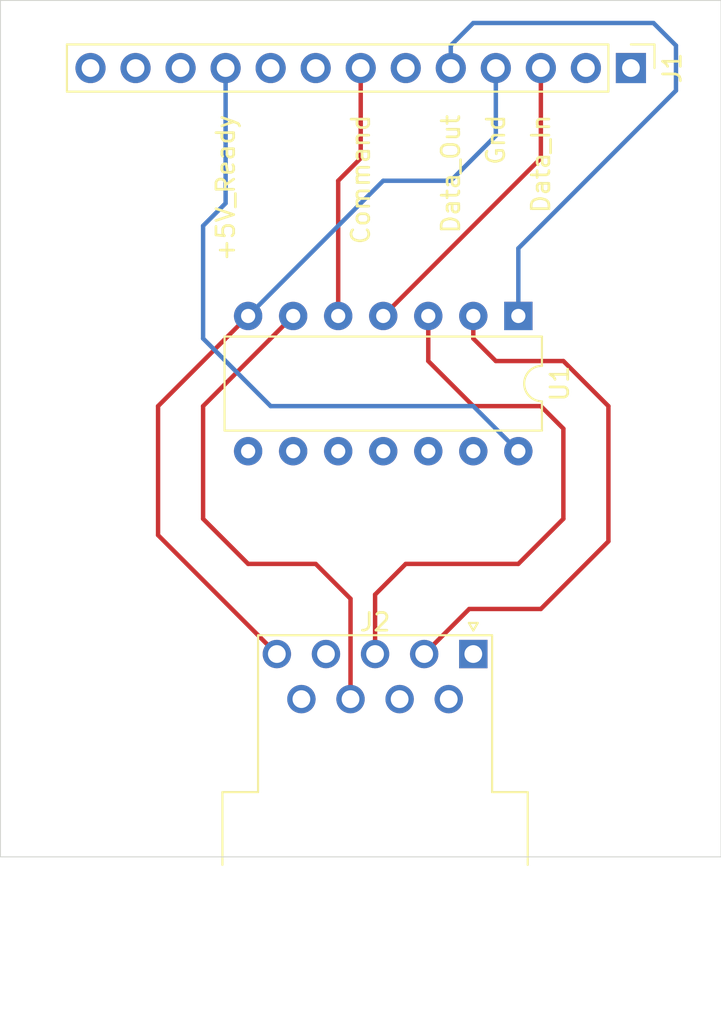
<source format=kicad_pcb>
(kicad_pcb (version 20171130) (host pcbnew 5.1.9-1.fc32)

  (general
    (thickness 1.6)
    (drawings 9)
    (tracks 48)
    (zones 0)
    (modules 3)
    (nets 9)
  )

  (page A4)
  (layers
    (0 F.Cu signal)
    (31 B.Cu signal)
    (32 B.Adhes user)
    (33 F.Adhes user)
    (34 B.Paste user)
    (35 F.Paste user)
    (36 B.SilkS user)
    (37 F.SilkS user)
    (38 B.Mask user)
    (39 F.Mask user)
    (40 Dwgs.User user)
    (41 Cmts.User user)
    (42 Eco1.User user)
    (43 Eco2.User user)
    (44 Edge.Cuts user)
    (45 Margin user)
    (46 B.CrtYd user)
    (47 F.CrtYd user)
    (48 B.Fab user)
    (49 F.Fab user)
  )

  (setup
    (last_trace_width 0.25)
    (trace_clearance 0.2)
    (zone_clearance 0.508)
    (zone_45_only no)
    (trace_min 0.2)
    (via_size 0.8)
    (via_drill 0.4)
    (via_min_size 0.4)
    (via_min_drill 0.3)
    (uvia_size 0.3)
    (uvia_drill 0.1)
    (uvias_allowed no)
    (uvia_min_size 0.2)
    (uvia_min_drill 0.1)
    (edge_width 0.05)
    (segment_width 0.2)
    (pcb_text_width 0.3)
    (pcb_text_size 1.5 1.5)
    (mod_edge_width 0.12)
    (mod_text_size 1 1)
    (mod_text_width 0.15)
    (pad_size 1.524 1.524)
    (pad_drill 0.762)
    (pad_to_mask_clearance 0)
    (aux_axis_origin 0 0)
    (visible_elements FFFFFF7F)
    (pcbplotparams
      (layerselection 0x010fc_ffffffff)
      (usegerberextensions false)
      (usegerberattributes true)
      (usegerberadvancedattributes true)
      (creategerberjobfile true)
      (excludeedgelayer true)
      (linewidth 0.100000)
      (plotframeref false)
      (viasonmask false)
      (mode 1)
      (useauxorigin false)
      (hpglpennumber 1)
      (hpglpenspeed 20)
      (hpglpendiameter 15.000000)
      (psnegative false)
      (psa4output false)
      (plotreference true)
      (plotvalue true)
      (plotinvisibletext false)
      (padsonsilk false)
      (subtractmaskfromsilk false)
      (outputformat 1)
      (mirror false)
      (drillshape 1)
      (scaleselection 1)
      (outputdirectory ""))
  )

  (net 0 "")
  (net 1 "Net-(J1-Pad3)")
  (net 2 "Net-(J1-Pad4)")
  (net 3 "Net-(J1-Pad5)")
  (net 4 "Net-(J1-Pad7)")
  (net 5 "Net-(J1-Pad10)")
  (net 6 "Net-(J2-Pad2)")
  (net 7 "Net-(J2-Pad3)")
  (net 8 "Net-(J2-Pad8)")

  (net_class Default "This is the default net class."
    (clearance 0.2)
    (trace_width 0.25)
    (via_dia 0.8)
    (via_drill 0.4)
    (uvia_dia 0.3)
    (uvia_drill 0.1)
    (add_net "Net-(J1-Pad10)")
    (add_net "Net-(J1-Pad3)")
    (add_net "Net-(J1-Pad4)")
    (add_net "Net-(J1-Pad5)")
    (add_net "Net-(J1-Pad7)")
    (add_net "Net-(J2-Pad2)")
    (add_net "Net-(J2-Pad3)")
    (add_net "Net-(J2-Pad8)")
  )

  (module Package_DIP:DIP-14_W7.62mm (layer F.Cu) (tedit 5A02E8C5) (tstamp 604DD183)
    (at 127 83.82 270)
    (descr "14-lead though-hole mounted DIP package, row spacing 7.62 mm (300 mils)")
    (tags "THT DIP DIL PDIP 2.54mm 7.62mm 300mil")
    (path /604DE44A)
    (fp_text reference U1 (at 3.81 -2.33 90) (layer F.SilkS)
      (effects (font (size 1 1) (thickness 0.15)))
    )
    (fp_text value 74HC14 (at 3.81 17.57 90) (layer F.Fab)
      (effects (font (size 1 1) (thickness 0.15)))
    )
    (fp_line (start 1.635 -1.27) (end 6.985 -1.27) (layer F.Fab) (width 0.1))
    (fp_line (start 6.985 -1.27) (end 6.985 16.51) (layer F.Fab) (width 0.1))
    (fp_line (start 6.985 16.51) (end 0.635 16.51) (layer F.Fab) (width 0.1))
    (fp_line (start 0.635 16.51) (end 0.635 -0.27) (layer F.Fab) (width 0.1))
    (fp_line (start 0.635 -0.27) (end 1.635 -1.27) (layer F.Fab) (width 0.1))
    (fp_line (start 2.81 -1.33) (end 1.16 -1.33) (layer F.SilkS) (width 0.12))
    (fp_line (start 1.16 -1.33) (end 1.16 16.57) (layer F.SilkS) (width 0.12))
    (fp_line (start 1.16 16.57) (end 6.46 16.57) (layer F.SilkS) (width 0.12))
    (fp_line (start 6.46 16.57) (end 6.46 -1.33) (layer F.SilkS) (width 0.12))
    (fp_line (start 6.46 -1.33) (end 4.81 -1.33) (layer F.SilkS) (width 0.12))
    (fp_line (start -1.1 -1.55) (end -1.1 16.8) (layer F.CrtYd) (width 0.05))
    (fp_line (start -1.1 16.8) (end 8.7 16.8) (layer F.CrtYd) (width 0.05))
    (fp_line (start 8.7 16.8) (end 8.7 -1.55) (layer F.CrtYd) (width 0.05))
    (fp_line (start 8.7 -1.55) (end -1.1 -1.55) (layer F.CrtYd) (width 0.05))
    (fp_arc (start 3.81 -1.33) (end 2.81 -1.33) (angle -180) (layer F.SilkS) (width 0.12))
    (fp_text user %R (at 3.81 7.62 90) (layer F.Fab)
      (effects (font (size 1 1) (thickness 0.15)))
    )
    (pad 1 thru_hole rect (at 0 0 270) (size 1.6 1.6) (drill 0.8) (layers *.Cu *.Mask)
      (net 3 "Net-(J1-Pad5)"))
    (pad 8 thru_hole oval (at 7.62 15.24 270) (size 1.6 1.6) (drill 0.8) (layers *.Cu *.Mask))
    (pad 2 thru_hole oval (at 0 2.54 270) (size 1.6 1.6) (drill 0.8) (layers *.Cu *.Mask)
      (net 6 "Net-(J2-Pad2)"))
    (pad 9 thru_hole oval (at 7.62 12.7 270) (size 1.6 1.6) (drill 0.8) (layers *.Cu *.Mask))
    (pad 3 thru_hole oval (at 0 5.08 270) (size 1.6 1.6) (drill 0.8) (layers *.Cu *.Mask)
      (net 7 "Net-(J2-Pad3)"))
    (pad 10 thru_hole oval (at 7.62 10.16 270) (size 1.6 1.6) (drill 0.8) (layers *.Cu *.Mask))
    (pad 4 thru_hole oval (at 0 7.62 270) (size 1.6 1.6) (drill 0.8) (layers *.Cu *.Mask)
      (net 1 "Net-(J1-Pad3)"))
    (pad 11 thru_hole oval (at 7.62 7.62 270) (size 1.6 1.6) (drill 0.8) (layers *.Cu *.Mask))
    (pad 5 thru_hole oval (at 0 10.16 270) (size 1.6 1.6) (drill 0.8) (layers *.Cu *.Mask)
      (net 4 "Net-(J1-Pad7)"))
    (pad 12 thru_hole oval (at 7.62 5.08 270) (size 1.6 1.6) (drill 0.8) (layers *.Cu *.Mask))
    (pad 6 thru_hole oval (at 0 12.7 270) (size 1.6 1.6) (drill 0.8) (layers *.Cu *.Mask)
      (net 8 "Net-(J2-Pad8)"))
    (pad 13 thru_hole oval (at 7.62 2.54 270) (size 1.6 1.6) (drill 0.8) (layers *.Cu *.Mask))
    (pad 7 thru_hole oval (at 0 15.24 270) (size 1.6 1.6) (drill 0.8) (layers *.Cu *.Mask)
      (net 2 "Net-(J1-Pad4)"))
    (pad 14 thru_hole oval (at 7.62 0 270) (size 1.6 1.6) (drill 0.8) (layers *.Cu *.Mask)
      (net 5 "Net-(J1-Pad10)"))
    (model ${KISYS3DMOD}/Package_DIP.3dshapes/DIP-14_W7.62mm.wrl
      (at (xyz 0 0 0))
      (scale (xyz 1 1 1))
      (rotate (xyz 0 0 0))
    )
  )

  (module Connector_PinHeader_2.54mm:PinHeader_1x13_P2.54mm_Vertical (layer F.Cu) (tedit 59FED5CC) (tstamp 604DD505)
    (at 133.35 69.85 270)
    (descr "Through hole straight pin header, 1x13, 2.54mm pitch, single row")
    (tags "Through hole pin header THT 1x13 2.54mm single row")
    (path /604D6803)
    (fp_text reference J1 (at 0 -2.33 90) (layer F.SilkS)
      (effects (font (size 1 1) (thickness 0.15)))
    )
    (fp_text value "Atari SIO" (at 0 32.81 90) (layer F.Fab)
      (effects (font (size 1 1) (thickness 0.15)))
    )
    (fp_line (start 1.8 -1.8) (end -1.8 -1.8) (layer F.CrtYd) (width 0.05))
    (fp_line (start 1.8 32.25) (end 1.8 -1.8) (layer F.CrtYd) (width 0.05))
    (fp_line (start -1.8 32.25) (end 1.8 32.25) (layer F.CrtYd) (width 0.05))
    (fp_line (start -1.8 -1.8) (end -1.8 32.25) (layer F.CrtYd) (width 0.05))
    (fp_line (start -1.33 -1.33) (end 0 -1.33) (layer F.SilkS) (width 0.12))
    (fp_line (start -1.33 0) (end -1.33 -1.33) (layer F.SilkS) (width 0.12))
    (fp_line (start -1.33 1.27) (end 1.33 1.27) (layer F.SilkS) (width 0.12))
    (fp_line (start 1.33 1.27) (end 1.33 31.81) (layer F.SilkS) (width 0.12))
    (fp_line (start -1.33 1.27) (end -1.33 31.81) (layer F.SilkS) (width 0.12))
    (fp_line (start -1.33 31.81) (end 1.33 31.81) (layer F.SilkS) (width 0.12))
    (fp_line (start -1.27 -0.635) (end -0.635 -1.27) (layer F.Fab) (width 0.1))
    (fp_line (start -1.27 31.75) (end -1.27 -0.635) (layer F.Fab) (width 0.1))
    (fp_line (start 1.27 31.75) (end -1.27 31.75) (layer F.Fab) (width 0.1))
    (fp_line (start 1.27 -1.27) (end 1.27 31.75) (layer F.Fab) (width 0.1))
    (fp_line (start -0.635 -1.27) (end 1.27 -1.27) (layer F.Fab) (width 0.1))
    (fp_text user %R (at 0 15.24) (layer F.Fab)
      (effects (font (size 1 1) (thickness 0.15)))
    )
    (pad 1 thru_hole rect (at 0 0 270) (size 1.7 1.7) (drill 1) (layers *.Cu *.Mask))
    (pad 2 thru_hole oval (at 0 2.54 270) (size 1.7 1.7) (drill 1) (layers *.Cu *.Mask))
    (pad 3 thru_hole oval (at 0 5.08 270) (size 1.7 1.7) (drill 1) (layers *.Cu *.Mask)
      (net 1 "Net-(J1-Pad3)"))
    (pad 4 thru_hole oval (at 0 7.62 270) (size 1.7 1.7) (drill 1) (layers *.Cu *.Mask)
      (net 2 "Net-(J1-Pad4)"))
    (pad 5 thru_hole oval (at 0 10.16 270) (size 1.7 1.7) (drill 1) (layers *.Cu *.Mask)
      (net 3 "Net-(J1-Pad5)"))
    (pad 6 thru_hole oval (at 0 12.7 270) (size 1.7 1.7) (drill 1) (layers *.Cu *.Mask))
    (pad 7 thru_hole oval (at 0 15.24 270) (size 1.7 1.7) (drill 1) (layers *.Cu *.Mask)
      (net 4 "Net-(J1-Pad7)"))
    (pad 8 thru_hole oval (at 0 17.78 270) (size 1.7 1.7) (drill 1) (layers *.Cu *.Mask))
    (pad 9 thru_hole oval (at 0 20.32 270) (size 1.7 1.7) (drill 1) (layers *.Cu *.Mask))
    (pad 10 thru_hole oval (at 0 22.86 270) (size 1.7 1.7) (drill 1) (layers *.Cu *.Mask)
      (net 5 "Net-(J1-Pad10)"))
    (pad 11 thru_hole oval (at 0 25.4 270) (size 1.7 1.7) (drill 1) (layers *.Cu *.Mask))
    (pad 12 thru_hole oval (at 0 27.94 270) (size 1.7 1.7) (drill 1) (layers *.Cu *.Mask))
    (pad 13 thru_hole oval (at 0 30.48 270) (size 1.7 1.7) (drill 1) (layers *.Cu *.Mask))
    (model ${KISYS3DMOD}/Connector_PinHeader_2.54mm.3dshapes/PinHeader_1x13_P2.54mm_Vertical.wrl
      (at (xyz 0 0 0))
      (scale (xyz 1 1 1))
      (rotate (xyz 0 0 0))
    )
  )

  (module Connector_Dsub:DSUB-9_Female_Horizontal_P2.77x2.54mm_EdgePinOffset9.40mm (layer F.Cu) (tedit 59FEDEE2) (tstamp 604DD525)
    (at 124.46 102.87)
    (descr "9-pin D-Sub connector, horizontal/angled (90 deg), THT-mount, female, pitch 2.77x2.54mm, pin-PCB-offset 9.4mm, see http://docs-europe.electrocomponents.com/webdocs/1585/0900766b81585df2.pdf")
    (tags "9-pin D-Sub connector horizontal angled 90deg THT female pitch 2.77x2.54mm pin-PCB-offset 9.4mm")
    (path /604E1C30)
    (fp_text reference J2 (at -5.54 -1.8) (layer F.SilkS)
      (effects (font (size 1 1) (thickness 0.15)))
    )
    (fp_text value DB9_RS232_Female (at -5.54 20.01) (layer F.Fab)
      (effects (font (size 1 1) (thickness 0.15)))
    )
    (fp_line (start 3.15 19.05) (end -14.2 19.05) (layer F.CrtYd) (width 0.05))
    (fp_line (start 3.15 12.85) (end 3.15 19.05) (layer F.CrtYd) (width 0.05))
    (fp_line (start 10.4 12.85) (end 3.15 12.85) (layer F.CrtYd) (width 0.05))
    (fp_line (start 10.4 11.45) (end 10.4 12.85) (layer F.CrtYd) (width 0.05))
    (fp_line (start 3.55 11.45) (end 10.4 11.45) (layer F.CrtYd) (width 0.05))
    (fp_line (start 3.55 7.35) (end 3.55 11.45) (layer F.CrtYd) (width 0.05))
    (fp_line (start 1.3 7.35) (end 3.55 7.35) (layer F.CrtYd) (width 0.05))
    (fp_line (start 1.3 -1.35) (end 1.3 7.35) (layer F.CrtYd) (width 0.05))
    (fp_line (start -12.4 -1.35) (end 1.3 -1.35) (layer F.CrtYd) (width 0.05))
    (fp_line (start -12.4 7.35) (end -12.4 -1.35) (layer F.CrtYd) (width 0.05))
    (fp_line (start -14.6 7.35) (end -12.4 7.35) (layer F.CrtYd) (width 0.05))
    (fp_line (start -14.6 11.45) (end -14.6 7.35) (layer F.CrtYd) (width 0.05))
    (fp_line (start -21.5 11.45) (end -14.6 11.45) (layer F.CrtYd) (width 0.05))
    (fp_line (start -21.5 12.85) (end -21.5 11.45) (layer F.CrtYd) (width 0.05))
    (fp_line (start -14.2 12.85) (end -21.5 12.85) (layer F.CrtYd) (width 0.05))
    (fp_line (start -14.2 19.05) (end -14.2 12.85) (layer F.CrtYd) (width 0.05))
    (fp_line (start 0 -1.321325) (end -0.25 -1.754338) (layer F.SilkS) (width 0.12))
    (fp_line (start 0.25 -1.754338) (end 0 -1.321325) (layer F.SilkS) (width 0.12))
    (fp_line (start -0.25 -1.754338) (end 0.25 -1.754338) (layer F.SilkS) (width 0.12))
    (fp_line (start 3.07 7.78) (end 3.07 11.88) (layer F.SilkS) (width 0.12))
    (fp_line (start 1.06 7.78) (end 3.07 7.78) (layer F.SilkS) (width 0.12))
    (fp_line (start 1.06 -1.06) (end 1.06 7.78) (layer F.SilkS) (width 0.12))
    (fp_line (start -12.14 -1.06) (end 1.06 -1.06) (layer F.SilkS) (width 0.12))
    (fp_line (start -12.14 7.78) (end -12.14 -1.06) (layer F.SilkS) (width 0.12))
    (fp_line (start -14.15 7.78) (end -12.14 7.78) (layer F.SilkS) (width 0.12))
    (fp_line (start -14.15 11.88) (end -14.15 7.78) (layer F.SilkS) (width 0.12))
    (fp_line (start 2.61 12.34) (end -13.69 12.34) (layer F.Fab) (width 0.1))
    (fp_line (start 2.61 18.51) (end 2.61 12.34) (layer F.Fab) (width 0.1))
    (fp_line (start -13.69 18.51) (end 2.61 18.51) (layer F.Fab) (width 0.1))
    (fp_line (start -13.69 12.34) (end -13.69 18.51) (layer F.Fab) (width 0.1))
    (fp_line (start 9.885 11.94) (end -20.965 11.94) (layer F.Fab) (width 0.1))
    (fp_line (start 9.885 12.34) (end 9.885 11.94) (layer F.Fab) (width 0.1))
    (fp_line (start -20.965 12.34) (end 9.885 12.34) (layer F.Fab) (width 0.1))
    (fp_line (start -20.965 11.94) (end -20.965 12.34) (layer F.Fab) (width 0.1))
    (fp_line (start 3.01 7.84) (end -14.09 7.84) (layer F.Fab) (width 0.1))
    (fp_line (start 3.01 11.94) (end 3.01 7.84) (layer F.Fab) (width 0.1))
    (fp_line (start -14.09 11.94) (end 3.01 11.94) (layer F.Fab) (width 0.1))
    (fp_line (start -14.09 7.84) (end -14.09 11.94) (layer F.Fab) (width 0.1))
    (fp_line (start -9.595 2.54) (end -9.595 7.84) (layer F.Fab) (width 0.1))
    (fp_line (start -9.695 2.54) (end -9.695 7.84) (layer F.Fab) (width 0.1))
    (fp_line (start -9.795 2.54) (end -9.795 7.84) (layer F.Fab) (width 0.1))
    (fp_line (start -6.825 2.54) (end -6.825 7.84) (layer F.Fab) (width 0.1))
    (fp_line (start -6.925 2.54) (end -6.925 7.84) (layer F.Fab) (width 0.1))
    (fp_line (start -7.025 2.54) (end -7.025 7.84) (layer F.Fab) (width 0.1))
    (fp_line (start -4.055 2.54) (end -4.055 7.84) (layer F.Fab) (width 0.1))
    (fp_line (start -4.155 2.54) (end -4.155 7.84) (layer F.Fab) (width 0.1))
    (fp_line (start -4.255 2.54) (end -4.255 7.84) (layer F.Fab) (width 0.1))
    (fp_line (start -1.285 2.54) (end -1.285 7.84) (layer F.Fab) (width 0.1))
    (fp_line (start -1.385 2.54) (end -1.385 7.84) (layer F.Fab) (width 0.1))
    (fp_line (start -1.485 2.54) (end -1.485 7.84) (layer F.Fab) (width 0.1))
    (fp_line (start -10.98 0) (end -10.98 7.84) (layer F.Fab) (width 0.1))
    (fp_line (start -11.08 0) (end -11.08 7.84) (layer F.Fab) (width 0.1))
    (fp_line (start -11.18 0) (end -11.18 7.84) (layer F.Fab) (width 0.1))
    (fp_line (start -8.21 0) (end -8.21 7.84) (layer F.Fab) (width 0.1))
    (fp_line (start -8.31 0) (end -8.31 7.84) (layer F.Fab) (width 0.1))
    (fp_line (start -8.41 0) (end -8.41 7.84) (layer F.Fab) (width 0.1))
    (fp_line (start -5.44 0) (end -5.44 7.84) (layer F.Fab) (width 0.1))
    (fp_line (start -5.54 0) (end -5.54 7.84) (layer F.Fab) (width 0.1))
    (fp_line (start -5.64 0) (end -5.64 7.84) (layer F.Fab) (width 0.1))
    (fp_line (start -2.67 0) (end -2.67 7.84) (layer F.Fab) (width 0.1))
    (fp_line (start -2.77 0) (end -2.77 7.84) (layer F.Fab) (width 0.1))
    (fp_line (start -2.87 0) (end -2.87 7.84) (layer F.Fab) (width 0.1))
    (fp_line (start 0.1 0) (end 0.1 7.84) (layer F.Fab) (width 0.1))
    (fp_line (start 0 0) (end 0 7.84) (layer F.Fab) (width 0.1))
    (fp_line (start -0.1 0) (end -0.1 7.84) (layer F.Fab) (width 0.1))
    (fp_text user %R (at -5.54 15.425) (layer F.Fab)
      (effects (font (size 1 1) (thickness 0.15)))
    )
    (pad 1 thru_hole rect (at 0 0) (size 1.6 1.6) (drill 1) (layers *.Cu *.Mask))
    (pad 2 thru_hole circle (at -2.77 0) (size 1.6 1.6) (drill 1) (layers *.Cu *.Mask)
      (net 6 "Net-(J2-Pad2)"))
    (pad 3 thru_hole circle (at -5.54 0) (size 1.6 1.6) (drill 1) (layers *.Cu *.Mask)
      (net 7 "Net-(J2-Pad3)"))
    (pad 4 thru_hole circle (at -8.31 0) (size 1.6 1.6) (drill 1) (layers *.Cu *.Mask))
    (pad 5 thru_hole circle (at -11.08 0) (size 1.6 1.6) (drill 1) (layers *.Cu *.Mask)
      (net 2 "Net-(J1-Pad4)"))
    (pad 6 thru_hole circle (at -1.385 2.54) (size 1.6 1.6) (drill 1) (layers *.Cu *.Mask))
    (pad 7 thru_hole circle (at -4.155 2.54) (size 1.6 1.6) (drill 1) (layers *.Cu *.Mask))
    (pad 8 thru_hole circle (at -6.925 2.54) (size 1.6 1.6) (drill 1) (layers *.Cu *.Mask)
      (net 8 "Net-(J2-Pad8)"))
    (pad 9 thru_hole circle (at -9.695 2.54) (size 1.6 1.6) (drill 1) (layers *.Cu *.Mask))
    (model ${KISYS3DMOD}/Connector_Dsub.3dshapes/DSUB-9_Female_Horizontal_P2.77x2.54mm_EdgePinOffset9.40mm.wrl
      (at (xyz 0 0 0))
      (scale (xyz 1 1 1))
      (rotate (xyz 0 0 0))
    )
  )

  (gr_text +5V_Ready (at 110.49 72.39 90) (layer F.SilkS)
    (effects (font (size 1 1) (thickness 0.15)) (justify right))
  )
  (gr_text Command (at 118.11 72.39 90) (layer F.SilkS)
    (effects (font (size 1 1) (thickness 0.15)) (justify right))
  )
  (gr_text Data_Out (at 123.19 72.39 90) (layer F.SilkS)
    (effects (font (size 1 1) (thickness 0.15)) (justify right))
  )
  (gr_text Gnd (at 125.73 72.39 90) (layer F.SilkS)
    (effects (font (size 1 1) (thickness 0.15)) (justify right))
  )
  (gr_text Data_In (at 128.27 72.39 90) (layer F.SilkS)
    (effects (font (size 1 1) (thickness 0.15)) (justify right))
  )
  (gr_line (start 138.43 66.04) (end 97.79 66.04) (layer Edge.Cuts) (width 0.05) (tstamp 604DD651))
  (gr_line (start 138.43 114.3) (end 138.43 66.04) (layer Edge.Cuts) (width 0.05))
  (gr_line (start 97.79 114.3) (end 138.43 114.3) (layer Edge.Cuts) (width 0.05))
  (gr_line (start 97.79 66.04) (end 97.79 114.3) (layer Edge.Cuts) (width 0.05))

  (segment (start 128.27 74.93) (end 119.38 83.82) (width 0.25) (layer F.Cu) (net 1))
  (segment (start 128.27 69.85) (end 128.27 74.93) (width 0.25) (layer F.Cu) (net 1))
  (segment (start 113.38 102.87) (end 106.68 96.17) (width 0.25) (layer F.Cu) (net 2))
  (segment (start 106.68 96.17) (end 106.68 88.9) (width 0.25) (layer F.Cu) (net 2))
  (segment (start 106.68 88.9) (end 111.76 83.82) (width 0.25) (layer F.Cu) (net 2))
  (segment (start 125.73 69.85) (end 125.73 73.66) (width 0.25) (layer B.Cu) (net 2))
  (segment (start 125.73 73.66) (end 123.19 76.2) (width 0.25) (layer B.Cu) (net 2))
  (segment (start 119.38 76.2) (end 111.76 83.82) (width 0.25) (layer B.Cu) (net 2))
  (segment (start 123.19 76.2) (end 119.38 76.2) (width 0.25) (layer B.Cu) (net 2))
  (segment (start 123.19 69.85) (end 123.19 68.58) (width 0.25) (layer B.Cu) (net 3))
  (segment (start 123.19 68.58) (end 124.46 67.31) (width 0.25) (layer B.Cu) (net 3))
  (segment (start 124.46 67.31) (end 134.62 67.31) (width 0.25) (layer B.Cu) (net 3))
  (segment (start 134.62 67.31) (end 135.89 68.58) (width 0.25) (layer B.Cu) (net 3))
  (segment (start 135.89 68.58) (end 135.89 71.12) (width 0.25) (layer B.Cu) (net 3))
  (segment (start 127 80.01) (end 127 83.82) (width 0.25) (layer B.Cu) (net 3))
  (segment (start 135.89 71.12) (end 127 80.01) (width 0.25) (layer B.Cu) (net 3))
  (segment (start 118.11 69.85) (end 118.11 74.93) (width 0.25) (layer F.Cu) (net 4))
  (segment (start 116.84 76.2) (end 116.84 83.82) (width 0.25) (layer F.Cu) (net 4))
  (segment (start 118.11 74.93) (end 116.84 76.2) (width 0.25) (layer F.Cu) (net 4))
  (segment (start 110.49 69.85) (end 110.49 77.47) (width 0.25) (layer B.Cu) (net 5))
  (segment (start 110.49 77.47) (end 109.22 78.74) (width 0.25) (layer B.Cu) (net 5))
  (segment (start 109.22 78.74) (end 109.22 85.09) (width 0.25) (layer B.Cu) (net 5))
  (segment (start 109.22 85.09) (end 113.03 88.9) (width 0.25) (layer B.Cu) (net 5))
  (segment (start 124.46 88.9) (end 127 91.44) (width 0.25) (layer B.Cu) (net 5))
  (segment (start 113.03 88.9) (end 124.46 88.9) (width 0.25) (layer B.Cu) (net 5))
  (segment (start 121.69 102.87) (end 124.23 100.33) (width 0.25) (layer F.Cu) (net 6))
  (segment (start 124.23 100.33) (end 128.27 100.33) (width 0.25) (layer F.Cu) (net 6))
  (segment (start 128.27 100.33) (end 132.08 96.52) (width 0.25) (layer F.Cu) (net 6))
  (segment (start 132.08 96.52) (end 132.08 88.9) (width 0.25) (layer F.Cu) (net 6))
  (segment (start 132.08 88.9) (end 129.54 86.36) (width 0.25) (layer F.Cu) (net 6))
  (segment (start 124.46 83.82) (end 124.46 85.09) (width 0.25) (layer F.Cu) (net 6))
  (segment (start 125.73 86.36) (end 129.54 86.36) (width 0.25) (layer F.Cu) (net 6))
  (segment (start 124.46 85.09) (end 125.73 86.36) (width 0.25) (layer F.Cu) (net 6))
  (segment (start 118.92 102.87) (end 118.92 99.52) (width 0.25) (layer F.Cu) (net 7))
  (segment (start 118.92 99.52) (end 120.65 97.79) (width 0.25) (layer F.Cu) (net 7))
  (segment (start 120.65 97.79) (end 127 97.79) (width 0.25) (layer F.Cu) (net 7))
  (segment (start 127 97.79) (end 129.54 95.25) (width 0.25) (layer F.Cu) (net 7))
  (segment (start 129.54 95.25) (end 129.54 90.17) (width 0.25) (layer F.Cu) (net 7))
  (segment (start 129.54 90.17) (end 128.27 88.9) (width 0.25) (layer F.Cu) (net 7))
  (segment (start 128.27 88.9) (end 124.46 88.9) (width 0.25) (layer F.Cu) (net 7))
  (segment (start 121.92 86.36) (end 124.46 88.9) (width 0.25) (layer F.Cu) (net 7))
  (segment (start 121.92 83.82) (end 121.92 86.36) (width 0.25) (layer F.Cu) (net 7))
  (segment (start 117.535 105.41) (end 117.535 99.755) (width 0.25) (layer F.Cu) (net 8))
  (segment (start 117.535 99.755) (end 115.57 97.79) (width 0.25) (layer F.Cu) (net 8))
  (segment (start 115.57 97.79) (end 111.76 97.79) (width 0.25) (layer F.Cu) (net 8))
  (segment (start 111.76 97.79) (end 109.22 95.25) (width 0.25) (layer F.Cu) (net 8))
  (segment (start 109.22 88.9) (end 114.3 83.82) (width 0.25) (layer F.Cu) (net 8))
  (segment (start 109.22 95.25) (end 109.22 88.9) (width 0.25) (layer F.Cu) (net 8))

)

</source>
